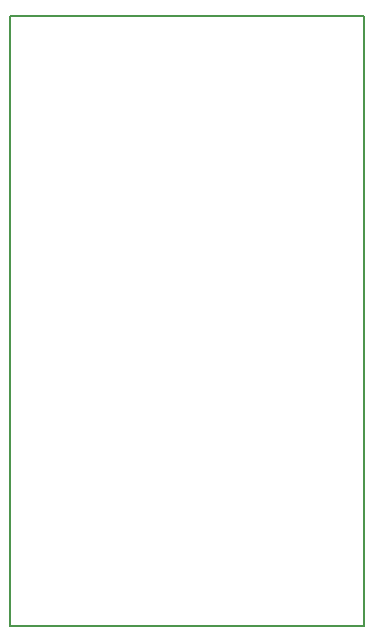
<source format=gbr>
G04*
G04 #@! TF.GenerationSoftware,Altium Limited,Altium Designer,22.4.2 (48)*
G04*
G04 Layer_Color=8388736*
%FSLAX44Y44*%
%MOMM*%
G71*
G04*
G04 #@! TF.SameCoordinates,4A528D61-7CE6-41CA-A9B8-15A1ED942E6C*
G04*
G04*
G04 #@! TF.FilePolarity,Positive*
G04*
G01*
G75*
%ADD37C,0.2000*%
D37*
X254000Y254000D02*
Y770890D01*
Y254000D02*
X553720D01*
Y770890D01*
X254000D02*
X553720D01*
M02*

</source>
